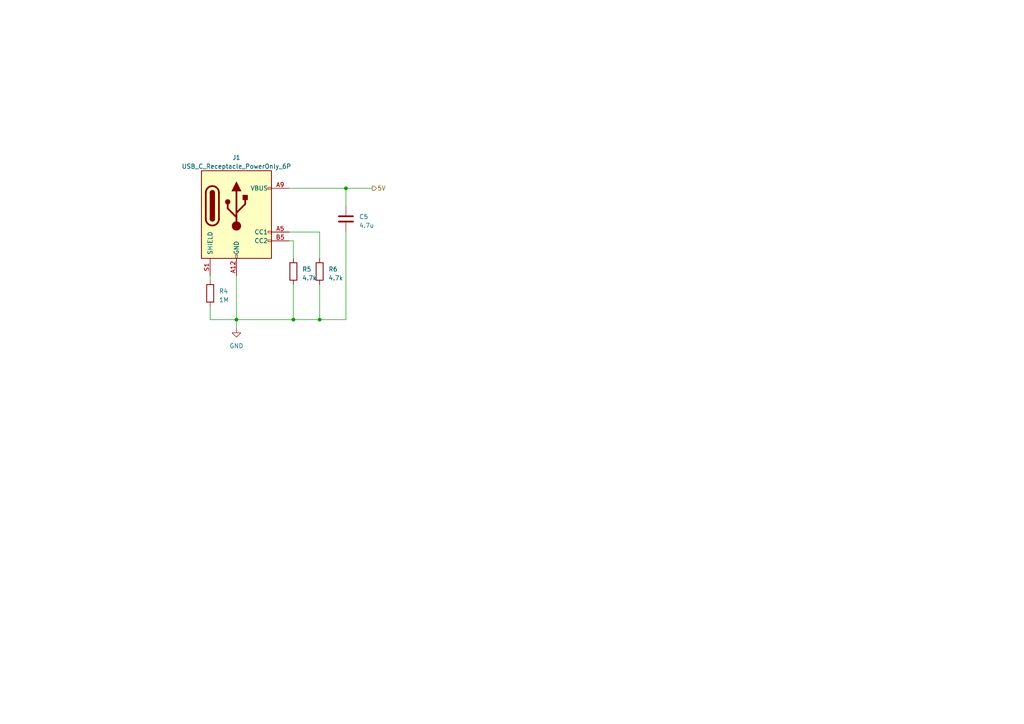
<source format=kicad_sch>
(kicad_sch (version 20230121) (generator eeschema)
  (paper "A4")
  (lib_symbols
    (symbol "Connector:USB_C_Receptacle_PowerOnly_6P" (pin_names (offset 1.016))
      (property "Reference" "J" (at 0 16.51 0))
      (property "Value" "USB_C_Receptacle_PowerOnly_6P" (at 0 13.97 0))
      (symbol "USB_C_Receptacle_PowerOnly_6P_0_0"
        (rectangle (start -0.254 -12.7) (end 0.254 -11.684))
        (rectangle (start 10.16 -7.366) (end 9.144 -7.874))
        (rectangle (start 10.16 -4.826) (end 9.144 -5.334))
        (rectangle (start 10.16 7.874) (end 9.144 7.366))
      )
      (symbol "USB_C_Receptacle_PowerOnly_6P_0_1"
        (rectangle (start -10.16 12.7) (end 10.16 -12.7) (stroke (width 0.254)) (fill (type background)))
        (arc (start -8.89 -1.27) (mid -6.985 -3.1667) (end -5.08 -1.27) (stroke (width 0.508)))
        (arc (start -7.62 -1.27) (mid -6.985 -1.9023) (end -6.35 -1.27) (stroke (width 0.254)))
        (arc (start -7.62 -1.27) (mid -6.985 -1.9023) (end -6.35 -1.27) (stroke (width 0.254)) (fill (type outline)))
        (rectangle (start -7.62 -1.27) (end -6.35 6.35) (stroke (width 0.254)) (fill (type outline)))
        (arc (start -6.35 6.35) (mid -6.985 6.9823) (end -7.62 6.35) (stroke (width 0.254)))
        (arc (start -6.35 6.35) (mid -6.985 6.9823) (end -7.62 6.35) (stroke (width 0.254)) (fill (type outline)))
        (arc (start -5.08 6.35) (mid -6.985 8.2467) (end -8.89 6.35) (stroke (width 0.508)))
        (circle (center -2.54 3.683) (radius 0.635) (stroke (width 0.254)) (fill (type outline)))
        (circle (center 0 -3.302) (radius 1.27) (fill (type outline)))
        (polyline (pts (xy -8.89 -1.27) (xy -8.89 6.35)) (stroke (width 0.508)))
        (polyline (pts (xy -5.08 6.35) (xy -5.08 -1.27)) (stroke (width 0.508)))
        (polyline (pts (xy 0 -3.302) (xy 0 6.858)) (stroke (width 0.508)))
        (polyline (pts (xy 0 -0.762) (xy -2.54 1.778) (xy -2.54 3.048)) (stroke (width 0.508)))
        (polyline (pts (xy 0 0.508) (xy 2.54 3.048) (xy 2.54 4.318)) (stroke (width 0.508)))
        (polyline (pts (xy -1.27 6.858) (xy 0 9.398) (xy 1.27 6.858) (xy -1.27 6.858)) (stroke (width 0.254)) (fill (type outline)))
        (rectangle (start 1.905 4.318) (end 3.175 5.588) (stroke (width 0.254)) (fill (type outline)))
      )
      (symbol "USB_C_Receptacle_PowerOnly_6P_1_1"
        (pin passive line (at 0 -17.78 90) (length 5.08) (name "GND") (number "A12"))
        (pin bidirectional line (at 15.24 -5.08 180) (length 5.08) (name "CC1") (number "A5"))
        (pin passive line (at 15.24 7.62 180) (length 5.08) (name "VBUS") (number "A9"))
        (pin passive line (at 0 -17.78 90) (length 5.08) hide (name "GND") (number "B12"))
        (pin bidirectional line (at 15.24 -7.62 180) (length 5.08) (name "CC2") (number "B5"))
        (pin passive line (at 15.24 7.62 180) (length 5.08) hide (name "VBUS") (number "B9"))
        (pin passive line (at -7.62 -17.78 90) (length 5.08) (name "SHIELD") (number "S1"))
      )
    )
    (symbol "Device:C" (pin_numbers hide) (pin_names (offset 0.254))
      (property "Reference" "C" (at 0.635 2.54 0))
      (property "Value" "C" (at 0.635 -2.54 0))
      (symbol "C_0_1"
        (polyline (pts (xy -2.032 -0.762) (xy 2.032 -0.762)) (stroke (width 0.508)))
        (polyline (pts (xy -2.032 0.762) (xy 2.032 0.762)) (stroke (width 0.508)))
      )
      (symbol "C_1_1"
        (pin passive line (at 0 3.81 270) (length 2.794) (name "~") (number "1"))
        (pin passive line (at 0 -3.81 90) (length 2.794) (name "~") (number "2"))
      )
    )
    (symbol "Device:R" (pin_numbers hide) (pin_names (offset 0))
      (property "Reference" "R" (at 2.032 0 90))
      (property "Value" "R" (at 0 0 90))
      (symbol "R_0_1"
        (rectangle (start -1.016 -2.54) (end 1.016 2.54) (stroke (width 0.254)))
      )
      (symbol "R_1_1"
        (pin passive line (at 0 3.81 270) (length 1.27) (name "~") (number "1"))
        (pin passive line (at 0 -3.81 90) (length 1.27) (name "~") (number "2"))
      )
    )
    (symbol "power:GND" (power) (pin_names (offset 0))
      (property "Value" "GND" (at 0 -3.81 0))
      (symbol "GND_0_1"
        (polyline (pts (xy 0 0) (xy 0 -1.27) (xy 1.27 -1.27) (xy 0 -2.54) (xy -1.27 -1.27) (xy 0 -1.27)))
      )
      (symbol "GND_1_1"
        (pin power_in line (at 0 0 270) (length 0) hide (name "GND") (number "1"))
      )
    )
  )
  (junction (at 92.71 92.71))
  (junction (at 100.33 54.61))
  (junction (at 85.09 92.71))
  (junction (at 68.58 92.71))
  (wire (pts (xy 100.33 67.31) (xy 100.33 92.71)))
  (wire (pts (xy 100.33 54.61) (xy 83.82 54.61)))
  (wire (pts (xy 60.96 92.71) (xy 68.58 92.71)))
  (wire (pts (xy 92.71 82.55) (xy 92.71 92.71)))
  (wire (pts (xy 85.09 82.55) (xy 85.09 92.71)))
  (wire (pts (xy 85.09 92.71) (xy 92.71 92.71)))
  (wire (pts (xy 68.58 92.71) (xy 85.09 92.71)))
  (wire (pts (xy 83.82 69.85) (xy 85.09 69.85)))
  (wire (pts (xy 68.58 80.01) (xy 68.58 92.71)))
  (wire (pts (xy 92.71 67.31) (xy 92.71 74.93)))
  (wire (pts (xy 83.82 67.31) (xy 92.71 67.31)))
  (wire (pts (xy 60.96 88.9) (xy 60.96 92.71)))
  (wire (pts (xy 60.96 80.01) (xy 60.96 81.28)))
  (wire (pts (xy 68.58 92.71) (xy 68.58 95.25)))
  (wire (pts (xy 100.33 59.69) (xy 100.33 54.61)))
  (wire (pts (xy 85.09 69.85) (xy 85.09 74.93)))
  (wire (pts (xy 100.33 54.61) (xy 107.95 54.61)))
  (wire (pts (xy 92.71 92.71) (xy 100.33 92.71)))
  (hierarchical_label "5V" (shape output) (at 107.95 54.61 0))
  (symbol (lib_id "power:GND") (at 68.58 95.25 0) (unit 1)
    (property "Reference" "#PWR07" (effects hide))
    (property "Value" "GND" (at 68.58 100.33 0))
  )
  (symbol (lib_id "Device:C") (at 100.33 63.5 0) (unit 1)
    (property "Reference" "C5" (at 104.14 62.865 0) (effects (justify left)))
    (property "Value" "4.7u" (at 104.14 65.405 0) (effects (justify left)))
  )
  (symbol (lib_id "Device:R") (at 60.96 85.09 0) (unit 1)
    (property "Reference" "R4" (at 63.5 84.455 0) (effects (justify left)))
    (property "Value" "1M" (at 63.5 86.995 0) (effects (justify left)))
  )
  (symbol (lib_id "Connector:USB_C_Receptacle_PowerOnly_6P") (at 68.58 62.23 0) (unit 1)
    (property "Reference" "J1" (at 68.58 45.72 0))
    (property "Value" "USB_C_Receptacle_PowerOnly_6P" (at 68.58 48.26 0))
    (property "Datasheet" "https://www.usb.org/sites/default/files/documents/usb_type-c.zip" (effects hide))
  )
  (symbol (lib_id "Device:R") (at 85.09 78.74 0) (unit 1)
    (property "Reference" "R5" (at 87.63 78.105 0) (effects (justify left)))
    (property "Value" "4.7k" (at 87.63 80.645 0) (effects (justify left)))
  )
  (symbol (lib_id "Device:R") (at 92.71 78.74 0) (unit 1)
    (property "Reference" "R6" (at 95.25 78.105 0) (effects (justify left)))
    (property "Value" "4.7k" (at 95.25 80.645 0) (effects (justify left)))
  )
)
</source>
